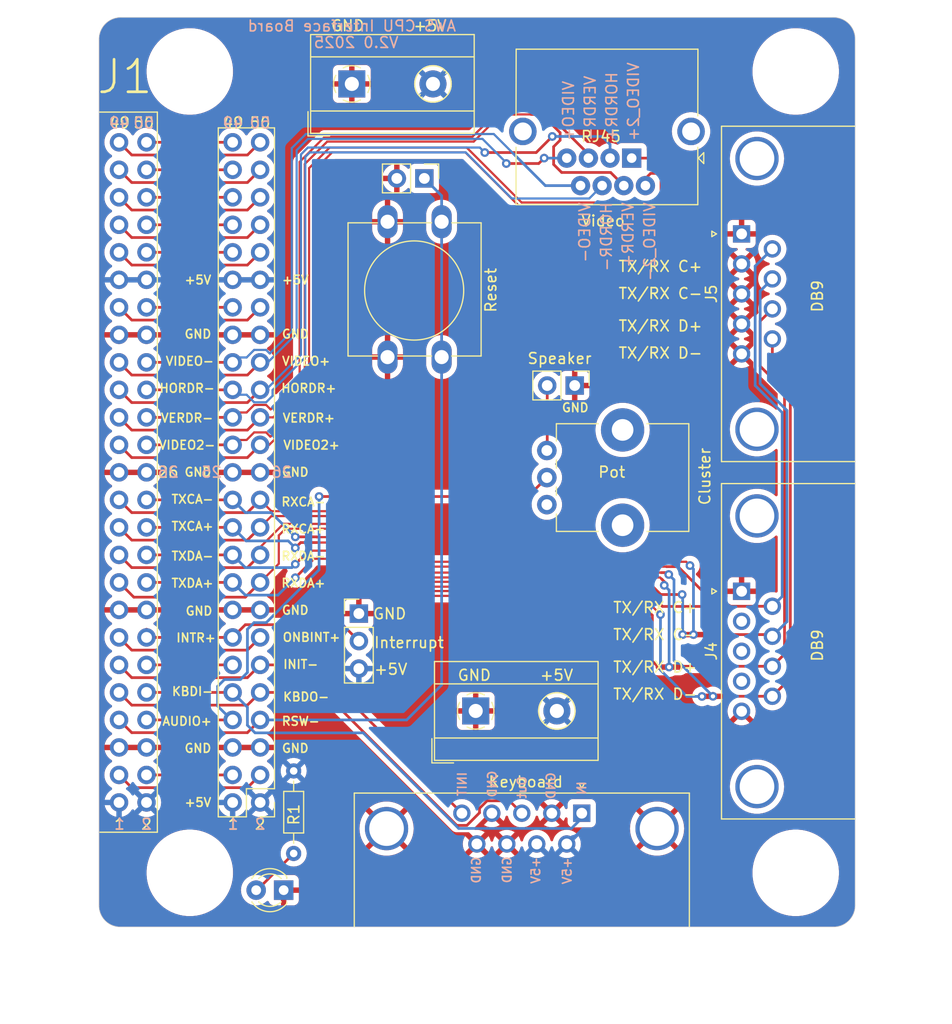
<source format=kicad_pcb>
(kicad_pcb (version 20240108) (generator "pcbnew") (generator_version "8.0")
  (layers (0 "F.Cu" signal) (31 "B.Cu" signal) (34 "B.Paste" user) (35 "F.Paste" user) (36 "B.SilkS" user "B.Silkscreen") (37 "F.SilkS" user "F.Silkscreen") (38 "B.Mask" user) (39 "F.Mask" user) (44 "Edge.Cuts" user))
  (net 0 "")
  (net 1 "Net-(D1-A)")
  (net 2 "INTR+")
  (net 3 "Net-(J2-Pin_2)")
  (net 4 "+5V")
  (net 5 "AUDIO+")
  (net 6 "KBDI-")
  (net 7 "KBDO-")
  (net 8 "INIT-")
  (net 9 "ONBINT+")
  (net 10 "RXDA+")
  (net 11 "RXDA-")
  (net 12 "RXCA+")
  (net 13 "RXCA-")
  (net 14 "VIDEO_2-")
  (net 15 "VIDEO_2+")
  (net 16 "VERDR-")
  (net 17 "VERDR+")
  (net 18 "HORDR-")
  (net 19 "HORDR+")
  (net 20 "VIDEO-")
  (net 21 "VIDEO+")
  (net 22 "GND")
  (net 23 "TXDA-")
  (net 24 "Net-(J4-Pad9)")
  (net 25 "TXDA+")
  (net 26 "TXCA+")
  (net 27 "TXCA-")
  (net 28 "Net-(J4-Pad8)")
  (net 29 "Net-(J4-Pad7)")
  (net 30 "Net-(J4-Pad6)")
  (net 31 "/U4")
  (net 32 "/U3")
  (net 33 "/U38")
  (net 34 "/U37")
  (net 35 "/U42")
  (net 36 "/U41")
  (net 37 "/U44")
  (net 38 "/U43")
  (net 39 "/U46")
  (net 40 "/U45")
  (net 41 "/U48")
  (net 42 "/U47")
  (net 43 "/U50")
  (net 44 "/U49")
  (net 45 "/U12")
  (net 47 "RSW-")
  (footprint "TerminalBlock_MetzConnect:TerminalBlock_MetzConnect_Type171_RT13702HBWC_1x02_P7.50mm_Horizontal" (layer "F.Cu") (at 129.975 60.15)
    (property "Reference" "J3" (hide yes))
    (property "Value" "Power")
  )
  (footprint "MountingHole:MountingHole_4mm" (layer "F.Cu") (at 171 59)
    (property "Reference" "H4" (hide yes))
    (property "Value" "MountingHole")
  )
  (footprint "Connector_PinHeader_2.54mm:PinHeader_2x25_P2.54mm_Vertical" (layer "F.Cu") (at 121.5 126.5 180)
    (property "Reference" "J10" (hide yes))
    (property "Value" "Conn_2Rows-50Pins")
  )
  (footprint "Potentiometer_THT:Potentiometer_Bourns_PTV09A-1_Single_Vertical" (layer "F.Cu") (at 148 99)
    (property "Reference" "RV1" (hide yes))
    (property "Value" "Volume")
  )
  (footprint "MountingHole:MountingHole_4mm" (layer "F.Cu") (at 115 59)
    (property "Reference" "H3" (hide yes))
    (property "Value" "MountingHole")
  )
  (footprint "TerminalBlock_MetzConnect:TerminalBlock_MetzConnect_Type171_RT13702HBWC_1x02_P7.50mm_Horizontal" (layer "F.Cu") (at 141.425 118.05)
    (property "Reference" "J6" (hide yes))
    (property "Value" "Power")
  )
  (footprint "Connector_PinHeader_2.54mm:PinHeader_1x02_P2.54mm_Vertical" (layer "F.Cu") (at 150.575 88 -90)
    (property "Reference" "J2" (hide yes))
    (property "Value" "Speaker")
  )
  (footprint "LED_THT:LED_D3.0mm" (layer "F.Cu") (at 123.675 134.6 180)
    (property "Reference" "D1" (hide yes))
    (property "Value" "LED")
  )
  (footprint "aliexpress:RJ45_aliexpress" (layer "F.Cu") (at 158 67 180)
    (property "Reference" "J7" (hide yes))
    (property "Value" "Video")
  )
  (footprint "MountingHole:MountingHole_4mm" (layer "F.Cu") (at 171 133)
    (property "Reference" "H2" (hide yes))
    (property "Value" "MountingHole")
  )
  (footprint "NetTie:NetTie-3_SMD_Pad0.5mm" (layer "F.Cu") (at 163.8 108.4)
    (property "Reference" "NT4" (hide yes))
    (property "Value" "Net-Tie_3")
  )
  (footprint "NetTie:NetTie-3_SMD_Pad0.5mm" (layer "F.Cu") (at 161.55 111)
    (property "Reference" "NT3" (hide yes))
    (property "Value" "Net-Tie_3")
  )
  (footprint "NetTie:NetTie-3_SMD_Pad0.5mm" (layer "F.Cu") (at 163.35 116.7)
    (property "Reference" "NT1" (hide yes))
    (property "Value" "Net-Tie_3")
  )
  (footprint "NetTie:NetTie-3_SMD_Pad0.5mm" (layer "F.Cu") (at 159.3 114)
    (property "Reference" "NT2" (hide yes))
    (property "Value" "Net-Tie_3")
  )
  (footprint "MountingHole:MountingHole_4mm" (layer "F.Cu") (at 115 133)
    (property "Reference" "H1" (hide yes))
    (property "Value" "MountingHole")
  )
  (footprint "Connector_PinHeader_2.54mm:PinHeader_1x02_P2.54mm_Vertical" (layer "F.Cu") (at 136.675 68.875 -90)
    (property "Reference" "J9" (hide yes))
    (property "Value" "Reset_ex")
  )
  (footprint "Resistor_THT:R_Axial_DIN0204_L3.6mm_D1.6mm_P7.62mm_Horizontal" (layer "F.Cu") (at 124.6 123.59 -90)
    (property "Reference" "R1")
    (property "Value" "10k")
  )
  (footprint "Connector_PinHeader_2.54mm_Custom:PinHeader_2x25_P2.54mm_Horizontal" (layer "F.Cu") (at 111 126.5 180)
    (property "Reference" "J1" (hide yes))
    (property "Value" "Conn_2Rows-50Pins")
  )
  (footprint "Button_Switch_THT:SW_PUSH-12mm" (layer "F.Cu") (at 138.275 72.875 -90)
    (property "Reference" "SW1" (hide yes))
    (property "Value" "Reset Switch")
  )
  (footprint "Connector_Dsub:DSUB-9_Female_Horizontal_P2.77x2.84mm_EdgePinOffset7.70mm_Housed_MountingHolesOffset9.12mm" (layer "F.Cu") (at 151.225 127.494669)
    (property "Reference" "J8" (hide yes))
    (property "Value" "DE9_Plug_MountingHoles")
  )
  (footprint "Connector_Dsub:DSUB-9_Female_Horizontal_P2.77x2.84mm_EdgePinOffset7.70mm_Housed_MountingHolesOffset9.12mm" (layer "F.Cu") (at 166 107 90)
    (property "Reference" "J4")
    (property "Value" "Cluster")
  )
  (footprint "Connector_Dsub:DSUB-9_Female_Horizontal_P2.77x2.84mm_EdgePinOffset7.70mm_Housed_MountingHolesOffset9.12mm" (layer "F.Cu") (at 166 74 90)
    (property "Reference" "J5")
    (property "Value" "Cluster")
  )
  (footprint "Connector_PinHeader_2.54mm:PinHeader_1x03_P2.54mm_Vertical" (layer "F.Cu") (at 130.625 109.06)
    (property "Reference" "JP1" (hide yes))
    (property "Value" "Jumper_3_Bridged12")
  )
  (gr_line (start 112 62.75) (end 106.675 62.75) (stroke (width 0.12)) (layer "F.SilkS"))
  (gr_line (start 112 63.75) (end 112 62.75) (stroke (width 0.12)) (layer "F.SilkS"))
  (gr_line (start 112 63.75) (end 112 129.25) (stroke (width 0.12)) (layer "F.SilkS"))
  (gr_line (start 112 129.25) (end 106.7 129.25) (stroke (width 0.12)) (layer "F.SilkS"))
  (gr_arc (start 174.5 54) (mid 175.914214 54.585786) (end 176.5 56) (stroke (width 0.05)) (layer "Edge.Cuts"))
  (gr_line (start 174.5 54) (end 108.6 54) (stroke (width 0.05)) (layer "Edge.Cuts"))
  (gr_line (start 106.6 56.025) (end 106.6 136.025) (stroke (width 0.05)) (layer "Edge.Cuts"))
  (gr_arc (start 108.6 138) (mid 107.187321 137.430403) (end 106.6 136.025) (stroke (width 0.05)) (layer "Edge.Cuts"))
  (gr_line (start 176.5 136) (end 176.5 56) (stroke (width 0.05)) (layer "Edge.Cuts"))
  (gr_line (start 108.6 138) (end 174.5 138) (stroke (width 0.05)) (layer "Edge.Cuts"))
  (gr_arc (start 106.6 56.025) (mid 107.184288 54.60192) (end 108.6 54) (stroke (width 0.05)) (layer "Edge.Cuts"))
  (gr_arc (start 176.5 136) (mid 175.914214 137.414214) (end 174.5 138) (stroke (width 0.05)) (layer "Edge.Cuts"))
  (gr_text "VERDR-" (at 152 65.5 90) (layer "B.SilkS") (effects (font (size 1 1)) (justify right mirror)))
  (gr_text "HORDR+" (at 154 65.5 90) (layer "B.SilkS") (effects (font (size 1 1)) (justify right mirror)))
  (gr_text "VIDEO_2+" (at 156 65.5 90) (layer "B.SilkS") (effects (font (size 1 1)) (justify right mirror)))
  (gr_text "VIDEO+" (at 150 65.5 90) (layer "B.SilkS") (effects (font (size 1 1)) (justify right mirror)))
  (gr_text "1" (at 119 128.5 0) (layer "B.SilkS") (effects (font (size 1 1)) (justify mirror)))
  (gr_text "2" (at 121.5 128.5 0) (layer "B.SilkS") (effects (font (size 1 1)) (justify mirror)))
  (gr_text "49" (at 119 63.75 0) (layer "B.SilkS") (effects (font (size 1 1)) (justify mirror)))
  (gr_text "50" (at 121.5 63.75 0) (layer "B.SilkS") (effects (font (size 1 1)) (justify mirror)))
  (gr_text "25" (at 117 96 0) (layer "B.SilkS") (effects (font (size 1 1)) (justify mirror)))
  (gr_text "26" (at 123.5 96 0) (layer "B.SilkS") (effects (font (size 1 1)) (justify mirror)))
  (gr_text "INIT" (at 140.175 124.8 90) (layer "B.SilkS") (effects (font (size 0.8 0.8)) (justify mirror)))
  (gr_text "GND" (at 142.95 124.8 90) (layer "B.SilkS") (effects (font (size 0.8 0.8)) (justify mirror)))
  (gr_text "VERDR+" (at 155.5 71 90) (layer "B.SilkS") (effects (font (size 1 1)) (justify left mirror)))
  (gr_text "+5V" (at 146.975 132.775 90) (layer "B.SilkS") (effects (font (size 0.8 0.8)) (justify mirror)))
  (gr_text "VIDEO_2-" (at 157.5 71 90) (layer "B.SilkS") (effects (font (size 1 1)) (justify left mirror)))
  (gr_text "+5V" (at 149.875 132.825 90) (layer "B.SilkS") (effects (font (size 0.8 0.8)) (justify mirror)))
  (gr_text "GND" (at 144.325 132.725 90) (layer "B.SilkS") (effects (font (size 0.8 0.8)) (justify mirror)))
  (gr_text "Out" (at 145.7 125.1 90) (layer "B.SilkS") (effects (font (size 0.8 0.8)) (justify mirror)))
  (gr_text "1" (at 108.5 128.5 0) (layer "B.SilkS") (effects (font (size 1 1)) (justify mirror)))
  (gr_text "HORDR-" (at 153.5 71 90) (layer "B.SilkS") (effects (font (size 1 1)) (justify left mirror)))
  (gr_text "50" (at 110.75 63.75 0) (layer "B.SilkS") (effects (font (size 1 1)) (justify mirror)))
  (gr_text "GND" (at 148.375 124.95 90) (layer "B.SilkS") (effects (font (size 0.8 0.8)) (justify mirror)))
  (gr_text "IN" (at 151.225 125.173344 90) (layer "B.SilkS") (effects (font (size 0.8 0.8)) (justify mirror)))
  (gr_text "V2.0 2025" (at 130.375 56.325 0) (layer "B.SilkS") (effects (font (size 1 1)) (justify mirror)))
  (gr_text "GND" (at 141.475 132.75 90) (layer "B.SilkS") (effects (font (size 0.8 0.8)) (justify mirror)))
  (gr_text "49" (at 108.5 63.75 0) (layer "B.SilkS") (effects (font (size 1 1)) (justify mirror)))
  (gr_text "AWS CPU Interface Board" (at 129.975 54.8 0) (layer "B.SilkS") (effects (font (size 1 1)) (justify mirror)))
  (gr_text "2" (at 111 128.5 0) (layer "B.SilkS") (effects (font (size 1 1)) (justify mirror)))
  (gr_text "VIDEO-" (at 151.5 71 90) (layer "B.SilkS") (effects (font (size 1 1)) (justify left mirror)))
  (gr_text "26" (at 113 96 0) (layer "B.SilkS") (effects (font (size 1 1)) (justify mirror)))
  (gr_text "VIDEO2-" (at 114.75 93.5 0) (layer "F.SilkS") (effects (font (size 0.8 0.8))))
  (gr_text "+5V" (at 115.75 126.5 0) (layer "F.SilkS") (effects (font (size 0.8 0.8))))
  (gr_text "GND" (at 124.75 121.5 0) (layer "F.SilkS") (effects (font (size 0.8 0.8))))
  (gr_text "GND" (at 124.75 108.75 0) (layer "F.SilkS") (effects (font (size 0.8 0.8))))
  (gr_text "GND" (at 124.75 96 0) (layer "F.SilkS") (effects (font (size 0.8 0.8))))
  (gr_text "GND" (at 124.75 83.25 0) (layer "F.SilkS") (effects (font (size 0.8 0.8))))
  (gr_text "+5V" (at 124.75 78.25 0) (layer "F.SilkS") (effects (font (size 0.8 0.8))))
  (gr_text "VERDR+" (at 126 91 0) (layer "F.SilkS") (effects (font (size 0.8 0.8))))
  (gr_text "HORDR+" (at 126 88.25 0) (layer "F.SilkS") (effects (font (size 0.8 0.8))))
  (gr_text "VIDEO+" (at 125.75 85.75 0) (layer "F.SilkS") (effects (font (size 0.8 0.8))))
  (gr_text "GND" (at 141.3 114.75 0) (layer "F.SilkS") (effects (font (size 1 1))))
  (gr_text "+5V" (at 148.9 114.75 0) (layer "F.SilkS") (effects (font (size 1 1))))
  (gr_text "TX/RX C+" (at 158 108.5 0) (layer "F.SilkS") (effects (font (size 1 1))))
  (gr_text "TX/RX C-" (at 158.5 79.5 0) (layer "F.SilkS") (effects (font (size 1 1))))
  (gr_text "TX/RX D+" (at 158.5 82.5 0) (layer "F.SilkS") (effects (font (size 1 1))))
  (gr_text "TX/RX C+" (at 158.5 77 0) (layer "F.SilkS") (effects (font (size 1 1))))
  (gr_text "TX/RX D-" (at 158.5 85 0) (layer "F.SilkS") (effects (font (size 1 1))))
  (gr_text "GND" (at 150.625 90.05 0) (layer "F.SilkS") (effects (font (size 0.8 0.8))))
  (gr_text "DB9" (at 173 79.75 90) (layer "F.SilkS") (effects (font (size 1 1))))
  (gr_text "1" (at 119 128.5 0) (layer "F.SilkS") (effects (font (size 1 1))))
  (gr_text "2" (at 121.5 128.5 0) (layer "F.SilkS") (effects (font (size 1 1))))
  (gr_text "49" (at 119 63.75 0) (layer "F.SilkS") (effects (font (size 1 1))))
  (gr_text "50" (at 121.5 63.75 0) (layer "F.SilkS") (effects (font (size 1 1))))
  (gr_text "TXCA+" (at 115.25 101 0) (layer "F.SilkS") (effects (font (size 0.8 0.8))))
  (gr_text "RSW-" (at 125.25 119 0) (layer "F.SilkS") (effects (font (size 0.8 0.8))))
  (gr_text "GND" (at 115.75 83.25 0) (layer "F.SilkS") (effects (font (size 0.8 0.8))))
  (gr_text "49" (at 108.5 63.75 0) (layer "F.SilkS") (effects (font (size 1 1))))
  (gr_text "VERDR-" (at 114.75 91 0) (layer "F.SilkS") (effects (font (size 0.8 0.8))))
  (gr_text "GND" (at 133.475 109.075 0) (layer "F.SilkS") (effects (font (size 1 1))))
  (gr_text "Video" (at 153.2 72.8 0) (layer "F.SilkS") (effects (font (size 1 1))))
  (gr_text "TX/RX D+" (at 158 114 0) (layer "F.SilkS") (effects (font (size 1 1))))
  (gr_text "RXDA-" (at 125.5 103.75 0) (layer "F.SilkS") (effects (font (size 0.8 0.8))))
  (gr_text "Speaker" (at 149.175 85.5 0) (layer "F.SilkS") (effects (font (size 1 1))))
  (gr_text "RXDA+" (at 125.5 106.25 0) (layer "F.SilkS") (effects (font (size 0.8 0.8))))
  (gr_text "INIT-" (at 125.25 113.75 0) (layer "F.SilkS") (effects (font (size 0.8 0.8))))
  (gr_text "VIDEO-" (at 115 85.75 0) (layer "F.SilkS") (effects (font (size 0.8 0.8))))
  (gr_text "INTR+" (at 115.575 111.3 0) (layer "F.SilkS") (effects (font (size 0.8 0.8))))
  (gr_text "RXCA+" (at 125.5 101.25 0) (layer "F.SilkS") (effects (font (size 0.8 0.8))))
  (gr_text "KBDI-" (at 115.25 116.25 0) (layer "F.SilkS") (effects (font (size 0.8 0.8))))
  (gr_text "TX/RX C-" (at 158 111 0) (layer "F.SilkS") (effects (font (size 1 1))))
  (gr_text "1" (at 108.5 128.5 0) (layer "F.SilkS") (effects (font (size 1 1))))
  (gr_text "VIDEO2+" (at 126.25 93.5 0) (layer "F.SilkS") (effects (font (size 0.8 0.8))))
  (gr_text "Cluster" (at 162.6 96.4 90) (layer "F.SilkS") (effects (font (size 1 1))))
  (gr_text "+5V" (at 137.2 54.775 0) (layer "F.SilkS") (effects (font (size 1 1))))
  (gr_text "50" (at 110.75 63.75 0) (layer "F.SilkS") (effects (font (size 1 1))))
  (gr_text "HORDR-" (at 114.75 88.25 0) (layer "F.SilkS") (effects (font (size 0.8 0.8))))
  (gr_text "RXCA-" (at 125.5 98.75 0) (layer "F.SilkS") (effects (font (size 0.8 0.8))))
  (gr_text "RJ45" (at 153 65 0) (layer "F.SilkS") (effects (font (size 1 1))))
  (gr_text "GND" (at 115.85 108.825 0) (layer "F.SilkS") (effects (font (size 0.8 0.8))))
  (gr_text "Reset" (at 142.825 79.2 90) (layer "F.SilkS") (effects (font (size 1 1))))
  (gr_text "TX/RX D-" (at 158 116.5 0) (layer "F.SilkS") (effects (font (size 1 1))))
  (gr_text "26" (at 113 96 0) (layer "F.SilkS") (effects (font (size 1 1))))
  (gr_text "GND" (at 115.75 96 0) (layer "F.SilkS") (effects (font (size 0.8 0.8))))
  (gr_text "TXDA-" (at 115.25 103.75 0) (layer "F.SilkS") (effects (font (size 0.8 0.8))))
  (gr_text "Interrupt" (at 131.95 112.325 0) (layer "F.SilkS") (effects (font (size 1 1)) (justify left bottom)))
  (gr_text "DB9" (at 173 112 90) (layer "F.SilkS") (effects (font (size 1 1))))
  (gr_text "GND" (at 129.6 54.775 0) (layer "F.SilkS") (effects (font (size 1 1))))
  (gr_text "AUDIO+" (at 114.75 119 0) (layer "F.SilkS") (effects (font (size 0.8 0.8))))
  (gr_text "GND" (at 115.75 121.5 0) (layer "F.SilkS") (effects (font (size 0.8 0.8))))
  (gr_text "Pot" (at 154 96 0) (layer "F.SilkS") (effects (font (size 1 1))))
  (gr_text "2" (at 111 128.5 0) (layer "F.SilkS") (effects (font (size 1 1))))
  (gr_text "TXCA-" (at 115.25 98.5 0) (layer "F.SilkS") (effects (font (size 0.8 0.8))))
  (gr_text "KBDO-" (at 125.75 116.75 0) (layer "F.SilkS") (effects (font (size 0.8 0.8))))
  (gr_text "+5V" (at 115.75 78.25 0) (layer "F.SilkS") (effects (font (size 0.8 0.8))))
  (gr_text "+5V" (at 133.575 114.2 0) (layer "F.SilkS") (effects (font (size 1 1))))
  (gr_text "TXDA+" (at 115.25 106.25 0) (layer "F.SilkS") (effects (font (size 0.8 0.8))))
  (gr_text "Keyboard" (at 146.05 124.6 0) (layer "F.SilkS") (effects (font (size 1 1))))
  (gr_text "J1" (at 109 59.5 0) (layer "F.SilkS") (effects (font (size 3 3) (thickness 0.25))))
  (gr_text "ONBINT+" (at 126.25 111.25 0) (layer "F.SilkS") (effects (font (size 0.8 0.8))))
  (segment (start 124.6 131.21) (end 121.21 134.6) (width 0.25) (layer "F.Cu") (net 1))
  (segment (start 121.21 134.6) (end 121.135 134.6) (width 0.25) (layer "F.Cu") (net 1))
  (segment (start 111 111.26) (end 111 110.75) (width 0.25) (layer "F.Cu") (net 2))
  (segment (start 129.11 110.085) (end 120.135 110.085) (width 0.25) (layer "F.Cu") (net 2))
  (segment (start 130.625 111.6) (end 129.11 110.085) (width 0.25) (layer "F.Cu") (net 2))
  (segment (start 120.135 110.085) (end 118.96 111.26) (width 0.25) (layer "F.Cu") (net 2))
  (segment (start 111 111.26) (end 111 110.5) (width 0.25) (layer "F.Cu") (net 2))
  (segment (start 111 111.26) (end 118.96 111.26) (width 0.25) (layer "F.Cu") (net 2))
  (segment (start 148.035 93.965) (end 148 94) (width 0.25) (layer "F.Cu") (net 3))
  (segment (start 148.035 88) (end 148.035 93.965) (width 0.25) (layer "F.Cu") (net 3))
  (segment (start 126.95 98.25) (end 146.25 98.25) (width 0.25) (layer "F.Cu") (net 5))
  (segment (start 146.25 98.25) (end 148 96.5) (width 0.25) (layer "F.Cu") (net 5))
  (segment (start 111 118.88) (end 118.96 118.88) (width 0.25) (layer "F.Cu") (net 5))
  (via (at 126.95 98.25) (size 0.8) (drill 0.4) (layers "F.Cu" "B.Cu") (net 5))
  (segment (start 118.855 118.88) (end 118.96 118.88) (width 0.25) (layer "B.Cu") (net 5))
  (segment (start 119.675 115.15) (end 118.2 115.15) (width 0.25) (layer "B.Cu") (net 5))
  (segment (start 117.575 115.775) (end 117.575 117.6) (width 0.25) (layer "B.Cu") (net 5))
  (segment (start 126.95 98.25) (end 126.95 105.009002) (width 0.25) (layer "B.Cu") (net 5))
  (segment (start 126.95 105.009002) (end 122.064001 109.895001) (width 0.25) (layer "B.Cu") (net 5))
  (segment (start 122.064001 109.895001) (end 120.935999 109.895001) (width 0.25) (layer "B.Cu") (net 5))
  (segment (start 118.2 115.15) (end 117.575 115.775) (width 0.25) (layer "B.Cu") (net 5))
  (segment (start 120.324999 114.500001) (end 119.675 115.15) (width 0.25) (layer "B.Cu") (net 5))
  (segment (start 117.575 117.6) (end 118.855 118.88) (width 0.25) (layer "B.Cu") (net 5))
  (segment (start 120.935999 109.895001) (end 120.324999 110.506001) (width 0.25) (layer "B.Cu") (net 5))
  (segment (start 120.324999 110.506001) (end 120.324999 114.500001) (width 0.25) (layer "B.Cu") (net 5))
  (segment (start 111 116.34) (end 118.96 116.34) (width 0.25) (layer "F.Cu") (net 6))
  (segment (start 121.033299 120.075) (end 131.025 120.075) (width 0.25) (layer "B.Cu") (net 6))
  (segment (start 118.96 116.34) (end 120.325 117.705) (width 0.25) (layer "B.Cu") (net 6))
  (segment (start 150.275 128.9) (end 151.225 127.95) (width 0.25) (layer "B.Cu") (net 6))
  (segment (start 120.325 117.705) (end 120.325 119.366701) (width 0.25) (layer "B.Cu") (net 6))
  (segment (start 120.325 119.366701) (end 121.033299 120.075) (width 0.25) (layer "B.Cu") (net 6))
  (segment (start 151.225 127.95) (end 151.225 127.494669) (width 0.25) (layer "B.Cu") (net 6))
  (segment (start 139.85 128.9) (end 150.275 128.9) (width 0.25) (layer "B.Cu") (net 6))
  (segment (start 131.025 120.075) (end 139.85 128.9) (width 0.25) (layer "B.Cu") (net 6))
  (segment (start 120.324999 117.515001) (end 120.650001 117.189999) (width 0.25) (layer "F.Cu") (net 7))
  (segment (start 142.468678 126.35) (end 144.540331 126.35) (width 0.25) (layer "F.Cu") (net 7))
  (segment (start 120.650001 117.189999) (end 121.5 116.34) (width 0.25) (layer "F.Cu") (net 7))
  (segment (start 109.635001 117.515001) (end 120.324999 117.515001) (width 0.25) (layer "F.Cu") (net 7))
  (segment (start 127.39934 116.34) (end 139.679009 128.619669) (width 0.25) (layer "F.Cu") (net 7))
  (segment (start 108.46 116.34) (end 109.635001 117.515001) (width 0.25) (layer "F.Cu") (net 7))
  (segment (start 144.540331 126.35) (end 145.685 127.494669) (width 0.25) (layer "F.Cu") (net 7))
  (segment (start 141.775 127.043678) (end 142.468678 126.35) (width 0.25) (layer "F.Cu") (net 7))
  (segment (start 140.610991 128.619669) (end 141.775 127.45566) (width 0.25) (layer "F.Cu") (net 7))
  (segment (start 139.679009 128.619669) (end 140.610991 128.619669) (width 0.25) (layer "F.Cu") (net 7))
  (segment (start 141.775 127.45566) (end 141.775 127.043678) (width 0.25) (layer "F.Cu") (net 7))
  (segment (start 121.5 116.34) (end 127.39934 116.34) (width 0.25) (layer "F.Cu") (net 7))
  (segment (start 109.635001 114.975001) (end 120.324999 114.975001) (width 0.25) (layer "F.Cu") (net 8))
  (segment (start 121.5 113.8) (end 126.450331 113.8) (width 0.25) (layer "F.Cu") (net 8))
  (segment (start 120.324999 114.975001) (end 121.5 113.8) (width 0.25) (layer "F.Cu") (net 8))
  (segment (start 108.46 113.8) (end 109.635001 114.975001) (width 0.25) (layer "F.Cu") (net 8))
  (segment (start 126.450331 113.8) (end 140.145 127.494669) (width 0.25) (layer "F.Cu") (net 8))
  (segment (start 109.635001 112.435001) (end 120.324999 112.435001) (width 0.25) (layer "F.Cu") (net 9))
  (segment (start 120.324999 112.435001) (end 120.650001 112.109999) (width 0.25) (layer "F.Cu") (net 9))
  (segment (start 120.650001 112.109999) (end 121.5 111.26) (width 0.25) (layer "F.Cu") (net 9))
  (segment (start 108.46 111.26) (end 109.635001 112.435001) (width 0.25) (layer "F.Cu") (net 9))
  (segment (start 123.225 101.8432) (end 123.8432 101.225) (width 0.2) (layer "F.Cu") (net 10))
  (segment (start 158.466832 105.725) (end 158.591832 105.85) (width 0.2) (layer "F.Cu") (net 10))
  (segment (start 134.9068 105.725) (end 158.466832 105.725) (width 0.2) (layer "F.Cu") (net 10))
  (segment (start 120.650001 107.029999) (end 121.5 106.18) (width 0.25) (layer "F.Cu") (net 10))
  (segment (start 158.670916 105.929084) (end 158.591832 105.85) (width 0.25) (layer "F.Cu") (net 10))
  (segment (start 158.85 106.108168) (end 158.670916 105.929084) (width 0.25) (layer "F.Cu") (net 10))
  (segment (start 123.8432 101.225) (end 130.4068 101.225) (width 0.2) (layer "F.Cu") (net 10))
  (segment (start 123.225 104.455) (end 123.225 101.8432) (width 0.2) (layer "F.Cu") (net 10))
  (segment (start 108.46 106.18) (end 109.824999 107.544999) (width 0.25) (layer "F.Cu") (net 10))
  (segment (start 158.85 106.45) (end 158.85 106.108168) (width 0.25) (layer "F.Cu") (net 10))
  (segment (start 120.135001 107.544999) (end 120.650001 107.029999) (width 0.25) (layer "F.Cu") (net 10))
  (segment (start 121.5 106.18) (end 123.225 104.455) (width 0.2) (layer "F.Cu") (net 10))
  (segment (start 130.4068 101.225) (end 134.9068 105.725) (width 0.2) (layer "F.Cu") (net 10))
  (segment (start 109.824999 107.544999) (end 120.135001 107.544999) (width 0.25) (layer "F.Cu") (net 10))
  (via (at 158.85 106.45) (size 0.8) (drill 0.4) (layers "F.Cu" "B.Cu") (net 10))
  (via (at 159.3 114) (size 0.8) (drill 0.4) (layers "F.Cu" "B.Cu") (net 10))
  (segment (start 159.3 106.9) (end 159.3 114) (width 0.25) (layer "B.Cu") (net 10))
  (segment (start 158.85 106.45) (end 159.3 106.9) (width 0.25) (layer "B.Cu") (net 10))
  (segment (start 158.55 105.275) (end 159.089834 105.275) (width 0.25) (layer "F.Cu") (net 11))
  (segment (start 159.089834 105.275) (end 159.264834 105.45) (width 0.25) (layer "F.Cu") (net 11))
  (segment (start 156.5 105.275) (end 158.55 105.275) (width 0.2) (layer "F.Cu") (net 11))
  (segment (start 120.650001 104.489999) (end 121.5 103.64) (width 0.25) (layer "F.Cu") (net 11))
  (segment (start 109.635001 104.815001) (end 120.324999 104.815001) (width 0.25) (layer "F.Cu") (net 11))
  (segment (start 121.5 103.64) (end 121.5 102.9318) (width 0.2) (layer "F.Cu") (net 11))
  (segment (start 123.6568 100.775) (end 130.5932 100.775) (width 0.2) (layer "F.Cu") (net 11))
  (segment (start 135.0932 105.275) (end 156.5 105.275) (width 0.2) (layer "F.Cu") (net 11))
  (segment (start 108.46 103.64) (end 109.635001 104.815001) (width 0.25) (layer "F.Cu") (net 11))
  (segment (start 121.5 102.9318) (end 123.6568 100.775) (width 0.2) (layer "F.Cu") (net 11))
  (segment (start 130.5932 100.775) (end 135.0932 105.275) (width 0.2) (layer "F.Cu") (net 11))
  (segment (start 120.324999 104.815001) (end 120.650001 104.489999) (width 0.25) (layer "F.Cu") (net 11))
  (via (at 163.35 116.7) (size 0.8) (drill 0.4) (layers "F.Cu" "B.Cu") (net 11))
  (via (at 159.264834 105.45) (size 0.8) (drill 0.4) (layers "F.Cu" "B.Cu") (net 11))
  (segment (start 159.75001 113.377008) (end 160.025001 113.651999) (width 0.25) (layer "B.Cu") (net 11))
  (segment (start 160.301999 113.651999) (end 163.35 116.7) (width 0.25) (layer "B.Cu") (net 11))
  (segment (start 159.264834 105.45) (end 159.75001 105.935176) (width 0.25) (layer "B.Cu") (net 11))
  (segment (start 159.75001 105.935176) (end 159.75001 113.377008) (width 0.25) (layer "B.Cu") (net 11))
  (segment (start 160.025001 113.651999) (end 160.301999 113.651999) (width 0.25) (layer "B.Cu") (net 11))
  (segment (start 159.05 104.725) (end 160.125 104.725) (width 0.25) (layer "F.Cu") (net 12))
  (segment (start 160.125 104.725) (end 163.8 108.4) (width 0.25) (layer "F.Cu") (net 12))
  (segment (start 121.5 101.1) (end 122.545 100.055) (width 0.2) (layer "F.Cu") (net 12))
  (segment (start 108.46 101.1) (end 109.635001 102.275001) (width 0.25) (layer "F.Cu") (net 12))
  (segment (start 135.4068 104.725) (end 157 104.725) (width 0.2) (layer "F.Cu") (net 12))
  (segment (start 157 104.725) (end 159.05 104.725) (width 0.2) (layer "F.Cu") (net 12))
  (segment (start 109.635001 102.275001) (end 120.324999 102.275001) (width 0.25) (layer "F.Cu") (net 12))
  (segment (start 122.545 100.055) (end 130.7368 100.055) (width 0.2) (layer "F.Cu") (net 12))
  (segment (start 120.324999 102.275001) (end 120.650001 101.949999) (width 0.25) (layer "F.Cu") (net 12))
  (segment (start 130.7368 100.055) (end 135.4068 104.725) (width 0.2) (layer "F.Cu") (net 12))
  (segment (start 120.650001 101.949999) (end 121.5 101.1) (width 0.25) (layer "F.Cu") (net 12))
  (segment (start 161.225 104.625) (end 160.875 104.275) (width 0.2) (layer "F.Cu") (net 13))
  (segment (start 108.46 98.56) (end 109.635001 99.735001) (width 0.25) (layer "F.Cu") (net 13))
  (segment (start 109.635001 99.735001) (end 120.324999 99.735001) (width 0.25) (layer "F.Cu") (net 13))
  (segment (start 130.9232 99.605) (end 122.545 99.605) (width 0.2) (layer "F.Cu") (net 13))
  (segment (start 122.545 99.605) (end 121.5 98.56) (width 0.2) (layer "F.Cu") (net 13))
  (segment (start 120.650001 99.409999) (end 121.5 98.56) (width 0.25) (layer "F.Cu") (net 13))
  (segment (start 160.875 104.275) (end 135.5932 104.275) (width 0.2) (layer "F.Cu") (net 13))
  (segment (start 135.5932 104.275) (end 130.9232 99.605) (width 0.2) (layer "F.Cu") (net 13))
  (segment (start 120.324999 99.735001) (end 120.650001 99.409999) (width 0.25) (layer "F.Cu") (net 13))
  (via (at 161.225 104.625) (size 0.8) (drill 0.4) (layers "F.Cu" "B.Cu") (net 13))
  (via (at 161.55 111) (size 0.8) (drill 0.4) (layers "F.Cu" "B.Cu") (net 13))
  (segment (start 161.225 104.625) (end 161.55 104.95) (width 0.25) (layer "B.Cu") (net 13))
  (segment (start 161.55 104.95) (end 161.55 111) (width 0.25) (layer "B.Cu") (net 13))
  (segment (start 157.5909 68.4091) (end 158.0909 68.4091) (width 0.25) (layer "F.Cu") (net 14))
  (segment (start 157.11 69.54) (end 157.11 68.89) (width 0.25) (layer "F.Cu") (net 14))
  (segment (start 126.025 89.1568) (end 126.025 67.925) (width 0.2) (layer "F.Cu") (net 14))
  (segment (start 158.525 70.6568) (end 158.525 68.8432) (width 0.2) (layer "F.Cu") (net 14))
  (segment (start 119.41 93.03) (end 120.247998 93.03) (width 0.2) (layer "F.Cu") (net 14))
  (segment (start 157.11 68.89) (end 157.5909 68.4091) (width 0.25) (layer "F.Cu") (net 14))
  (segment (start 111 93.48) (end 118.96 93.48) (width 0.25) (layer "F.Cu") (net 14))
  (segment (start 127.925 66.025) (end 140.5907 66.025) (width 0.2) (layer "F.Cu") (net 14))
  (segment (start 122.052001 92.329999) (end 122.451901 92.729899) (width 0.2) (layer "F.Cu") (net 14))
  (segment (start 145.665689 71.099989) (end 158.081811 71.099989) (width 0.2) (layer "F.Cu") (net 14))
  (segment (start 158.525 68.8432) (end 158.0909 68.4091) (width 0.2) (layer "F.Cu") (net 14))
  (segment (start 122.451901 92.729899) (end 126.025 89.1568) (width 0.2) (layer "F.Cu") (net 14))
  (segment (start 120.247998 93.03) (end 120.947999 92.329999) (width 0.2) (layer "F.Cu") (net 14))
  (segment (start 158.081811 71.099989) (end 158.525 70.6568) (width 0.2) (layer "F.Cu") (net 14))
  (segment (start 118.96 93.48) (end 119.41 93.03) (width 0.2) (layer "F.Cu") (net 14))
  (segment (start 120.947999 92.329999) (end 122.052001 92.329999) (width 0.2) (layer "F.Cu") (net 14))
  (segment (start 126.025 67.925) (end 127.925 66.025) (width 0.2) (layer "F.Cu") (net 14))
  (segment (start 140.5907 66.025) (end 145.665689 71.099989) (width 0.2) (layer "F.Cu") (net 14))
  (segment (start 157.3182 67) (end 158.4091 68.0909) (width 0.25) (layer "F.Cu") (net 15))
  (segment (start 158.975 68.6568) (end 158.4091 68.0909) (width 0.2) (layer "F.Cu") (net 15))
  (segment (start 158.975 70.8432) (end 158.975 68.6568) (width 0.2) (layer "F.Cu") (net 15))
  (segment (start 140.475 66.475) (end 145.5 71.5) (width 0.2) (layer "F.Cu") (net 15))
  (segment (start 109.635001 94.655001) (end 120.324999 94.655001) (width 0.25) (layer "F.Cu") (net 15))
  (segment (start 145.5 71.5) (end 158.3182 71.5) (width 0.2) (layer "F.Cu") (net 15))
  (segment (start 121.5 93.48) (end 122.3382 93.48) (width 0.2) (layer "F.Cu") (net 15))
  (segment (start 120.324999 94.655001) (end 120.650001 94.329999) (width 0.25) (layer "F.Cu") (net 15))
  (segment (start 158.3182 71.5) (end 158.975 70.8432) (width 0.2) (layer "F.Cu") (net 15))
  (segment (start 155.84 67) (end 157.3182 67) (width 0.25) (layer "F.Cu") (net 15))
  (segment (start 108.46 93.48) (end 109.635001 94.655001) (width 0.25) (layer "F.Cu") (net 15))
  (segment (start 120.650001 94.329999) (end 121.5 93.48) (width 0.25) (layer "F.Cu") (net 15))
  (segment (start 122.3382 93.48) (end 126.425 89.3932) (width 0.2) (layer "F.Cu") (net 15))
  (segment (start 128.15 66.475) (end 140.475 66.475) (width 0.2) (layer "F.Cu") (net 15))
  (segment (start 126.425 89.3932) (end 126.425 68.2) (width 0.2) (layer "F.Cu") (net 15))
  (segment (start 126.425 68.2) (end 128.15 66.475) (width 0.2) (layer "F.Cu") (net 15))
  (segment (start 122.471901 90.209899) (end 125.15 87.5318) (width 0.2) (layer "F.Cu") (net 16))
  (segment (start 122.052001 89.789999) (end 122.471901 90.209899) (width 0.2) (layer "F.Cu") (net 16))
  (segment (start 147.725601 62.516189) (end 146.720993 62.516189) (width 0.25) (layer "F.Cu") (net 16))
  (segment (start 151.84 66.630588) (end 147.725601 62.516189) (width 0.25) (layer "F.Cu") (net 16))
  (segment (start 144.832215 62.525) (end 144.841007 62.516208) (width 0.2) (layer "F.Cu") (net 16))
  (segment (start 111 90.94) (end 118.96 90.94) (width 0.25) (layer "F.Cu") (net 16))
  (segment (start 120.947999 89.789999) (end 122.052001 89.789999) (width 0.2) (layer "F.Cu") (net 16))
  (segment (start 151.84 67) (end 151.84 66.630588) (width 0.25) (layer "F.Cu") (net 16))
  (segment (start 125.15 87.5318) (end 125.15 67.35) (width 0.2) (layer "F.Cu") (net 16))
  (segment (start 119.41 90.49) (end 120.247998 90.49) (width 0.2) (layer "F.Cu") (net 16))
  (segment (start 141.123296 65.025) (end 143.623296 62.525) (width 0.2) (layer "F.Cu") (net 16))
  (segment (start 127.475 65.025) (end 141.123296 65.025) (width 0.2) (layer "F.Cu") (net 16))
  (segment (start 118.96 90.94) (end 119.41 90.49) (width 0.2) (layer "F.Cu") (net 16))
  (segment (start 143.623296 62.525) (end 144.832215 62.525) (width 0.2) (layer "F.Cu") (net 16))
  (segment (start 125.15 67.35) (end 127.475 65.025) (width 0.2) (layer "F.Cu") (net 16))
  (segment (start 120.247998 90.49) (end 120.947999 89.789999) (width 0.2) (layer "F.Cu") (net 16))
  (segment (start 144.841007 62.516208) (end 146.720993 62.516208) (width 0.2) (layer "F.Cu") (net 16))
  (segment (start 127.7 65.475) (end 141.238996 65.475) (width 0.2) (layer "F.Cu") (net 17))
  (segment (start 108.46 90.94) (end 109.635001 92.115001) (width 0.25) (layer "F.Cu") (net 17))
  (segment (start 120.650001 91.789999) (end 121.5 90.94) (width 0.25) (layer "F.Cu") (net 17))
  (segment (start 148.625999 65.947003) (end 148.625999 67.582721) (width 0.25) (layer "F.Cu") (net 17))
  (segment (start 120.324999 92.115001) (end 120.650001 91.789999) (width 0.25) (layer "F.Cu") (net 17))
  (segment (start 149.369277 68.325999) (end 153.895999 68.325999) (width 0.25) (layer "F.Cu") (net 17))
  (segment (start 122.702081 90.94) (end 125.625 88.017081) (width 0.2) (layer "F.Cu") (net 17))
  (segment (start 149.225001 65.348001) (end 148.625999 65.947003) (width 0.25) (layer "F.Cu") (net 17))
  (segment (start 145.027399 62.966199) (end 146.534601 62.966199) (width 0.2) (layer "F.Cu") (net 17))
  (segment (start 109.635001 92.115001) (end 120.324999 92.115001) (width 0.25) (layer "F.Cu") (net 17))
  (segment (start 146.534601 62.966199) (end 147.539201 62.966199) (width 0.25) (layer "F.Cu") (net 17))
  (segment (start 147.539201 62.966199) (end 149.225001 64.651999) (width 0.25) (layer "F.Cu") (net 17))
  (segment (start 125.625 88.017081) (end 125.625 67.55) (width 0.2) (layer "F.Cu") (net 17))
  (segment (start 145.018598 62.975) (end 145.027399 62.966199) (width 0.2) (layer "F.Cu") (net 17))
  (segment (start 143.738996 62.975) (end 145.018598 62.975) (width 0.2) (layer "F.Cu") (net 17))
  (segment (start 149.225001 64.651999) (end 149.225001 65.348001) (width 0.25) (layer "F.Cu") (net 17))
  (segment (start 148.625999 67.582721) (end 149.369277 68.325999) (width 0.25) (layer "F.Cu") (net 17))
  (segment (start 125.625 67.55) (end 127.7 65.475) (width 0.2) (layer "F.Cu") (net 17))
  (segment (start 141.238996 65.475) (end 143.738996 62.975) (width 0.2) (layer "F.Cu") (net 17))
  (segment (start 121.5 90.94) (end 122.702081 90.94) (width 0.2) (layer "F.Cu") (net 17))
  (segment (start 153.895999 68.325999) (end 155.11 69.54) (width 0.25) (layer "F.Cu") (net 17))
  (segment (start 111 88.4) (end 118.96 88.4) (width 0.25) (layer "F.Cu") (net 18))
  (segment (start 126.0932 66.475) (end 140.5 66.475) (width 0.2) (layer "B.Cu") (net 18))
  (segment (start 140.5 66.475) (end 144.754 70.729) (width 0.2) (layer "B.Cu") (net 18))
  (segment (start 122.052001 89.550001) (end 122.650001 88.952001) (width 0.2) (layer "B.Cu") (net 18))
  (segment (start 120.947999 89.550001) (end 122.052001 89.550001) (width 0.2) (layer "B.Cu") (net 18))
  (segment (start 151.921 70.729) (end 153.11 69.54) (width 0.2) (layer "B.Cu") (net 18))
  (segment (start 122.650001 88.418199) (end 125.675 85.3932) (width 0.2) (layer "B.Cu") (net 18))
  (segment (start 125.675 66.8932) (end 126.0932 66.475) (width 0.2) (layer "B.Cu") (net 18))
  (segment (start 122.650001 88.952001) (end 122.650001 88.418199) (width 0.2) (layer "B.Cu") (net 18))
  (segment (start 144.754 70.729) (end 151.921 70.729) (width 0.2) (layer "B.Cu") (net 18))
  (segment (start 125.675 85.3932) (end 125.675 66.8932) (width 0.2) (layer "B.Cu") (net 18))
  (segment (start 118.96 88.4) (end 119.41 88.85) (width 0.2) (layer "B.Cu") (net 18))
  (segment (start 119.41 88.85) (end 120.247998 88.85) (width 0.2) (layer "B.Cu") (net 18))
  (segment (start 120.247998 88.85) (end 120.947999 89.550001) (width 0.2) (layer "B.Cu") (net 18))
  (segment (start 109.635001 89.575001) (end 120.324999 89.575001) (width 0.25) (layer "F.Cu") (net 19))
  (segment (start 120.324999 89.575001) (end 120.650001 89.249999) (width 0.25) (layer "F.Cu") (net 19))
  (segment (start 147.012673 66.487327) (end 142.828332 66.487327) (width 0.25) (layer "F.Cu") (net 19))
  (segment (start 142.828332 66.487327) (end 142.262647 66.487327) (width 0.25) (layer "F.Cu") (net 19))
  (segment (start 120.650001 89.249999) (end 121.5 88.4) (width 0.25) (layer "F.Cu") (net 19))
  (segment (start 108.46 88.4) (end 109.635001 89.575001) (width 0.25) (layer "F.Cu") (net 19))
  (segment (start 148.5 65) (end 147.012673 66.487327) (width 0.25) (layer "F.Cu") (net 19))
  (via (at 142.262647 66.487327) (size 0.8) (drill 0.4) (layers "F.Cu" "B.Cu") (net 19))
  (via (at 148.5 65) (size 0.8) (drill 0.4) (layers "F.Cu" "B.Cu") (net 19))
  (segment (start 153.097235 65) (end 148.5 65) (width 0.25) (layer "B.Cu") (net 19))
  (segment (start 125.275 85.1568) (end 125.275 66.6568) (width 0.2) (layer "B.Cu") (net 19))
  (segment (start 122.0318 88.4) (end 125.275 85.1568) (width 0.2) (layer "B.Cu") (net 19))
  (segment (start 153.84 67) (end 153.84 65.742765) (width 0.25) (layer "B.Cu") (net 19))
  (segment (start 125.9068 66.025) (end 141.80032 66.025) (width 0.2) (layer "B.Cu") (net 19))
  (segment (start 153.84 65.742765) (end 153.097235 65) (width 0.25) (layer "B.Cu") (net 19))
  (segment (start 125.275 66.6568) (end 125.9068 66.025) (width 0.2) (layer "B.Cu") (net 19))
  (segment (start 141.80032 66.025) (end 142.262647 66.487327) (width 0.2) (layer "B.Cu") (net 19))
  (segment (start 121.5 88.4) (end 122.0318 88.4) (width 0.2) (layer "B.Cu") (net 19))
  (segment (start 111 85.86) (end 118.96 85.86) (width 0.25) (layer "F.Cu") (net 20))
  (segment (start 144.9091 66.5909) (end 147.8582 69.54) (width 0.25) (layer "B.Cu") (net 20))
  (segment (start 120.947999 84.709999) (end 122.052001 84.709999) (width 0.2) (layer "B.Cu") (net 20))
  (segment (start 124.425 83.0068) (end 124.425 66.075) (width 0.2) (layer "B.Cu") (net 20))
  (segment (start 122.052001 84.709999) (end 122.386901 85.044899) (width 0.2) (layer "B.Cu") (net 20))
  (segment (start 118.96 85.86) (end 119.41 85.41) (width 0.2) (layer "B.Cu") (net 20))
  (segment (start 143.0932 64.775) (end 144.9091 66.5909) (width 0.2) (layer "B.Cu") (net 20))
  (segment (start 120.247998 85.41) (end 120.947999 84.709999) (width 0.2) (layer "B.Cu") (net 20))
  (segment (start 119.41 85.41) (end 120.247998 85.41) (width 0.2) (layer "B.Cu") (net 20))
  (segment (start 122.386901 85.044899) (end 124.425 83.0068) (width 0.2) (layer "B.Cu") (net 20))
  (segment (start 124.425 66.075) (end 125.725 64.775) (width 0.2) (layer "B.Cu") (net 20))
  (segment (start 125.725 64.775) (end 143.0932 64.775) (width 0.2) (layer "B.Cu") (net 20))
  (segment (start 147.8582 69.54) (end 151.11 69.54) (width 0.25) (layer "B.Cu") (net 20))
  (segment (start 120.324999 87.035001) (end 120.650001 86.709999) (width 0.25) (layer "F.Cu") (net 21))
  (segment (start 147.25001 67.5) (end 144.250078 67.5) (width 0.25) (layer "F.Cu") (net 21))
  (segment (start 108.46 85.86) (end 109.635001 87.035001) (width 0.25) (layer "F.Cu") (net 21))
  (segment (start 109.635001 87.035001) (end 120.324999 87.035001) (width 0.25) (layer "F.Cu") (net 21))
  (segment (start 147.75001 67) (end 147.25001 67.5) (width 0.25) (layer "F.Cu") (net 21))
  (segment (start 120.650001 86.709999) (end 121.5 85.86) (width 0.25) (layer "F.Cu") (net 21))
  (via (at 144.250078 67.5) (size 0.8) (drill 0.4) (layers "F.Cu" "B.Cu") (net 21))
  (via (at 147.75001 67) (size 0.8) (drill 0.4) (layers "F.Cu" "B.Cu") (net 21))
  (segment (start 144.250078 67.425078) (end 144.250078 67.5) (width 0.2) (layer "B.Cu") (net 21))
  (segment (start 124.875 83.1932) (end 124.875 66.275) (width 0.2) (layer "B.Cu") (net 21))
  (segment (start 125.925 65.225) (end 142.05 65.225) (width 0.2) (layer "B.Cu") (net 21))
  (segment (start 149.84 67) (end 147.75001 67) (width 0.25) (layer "B.Cu") (net 21))
  (segment (start 124.875 66.275) (end 125.925 65.225) (width 0.2) (layer "B.Cu") (net 21))
  (segment (start 122.2082 85.86) (end 124.875 83.1932) (width 0.2) (layer "B.Cu") (net 21))
  (segment (start 142.05 65.225) (end 144.250078 67.425078) (width 0.2) (layer "B.Cu") (net 21))
  (segment (start 121.5 85.86) (end 122.2082 85.86) (width 0.2) (layer "B.Cu") (net 21))
  (segment (start 125.75 103.5) (end 126 103.25) (width 0.2) (layer "F.Cu") (net 23))
  (segment (start 156.325011 106.975011) (end 158.5 109.15) (width 0.2) (layer "F.Cu") (net 23))
  (segment (start 124.75 104.5) (end 125.149999 104.100001) (width 0.25) (layer "F.Cu") (net 23))
  (segment (start 125.149999 104.100001) (end 125.75 103.5) (width 0.25) (layer "F.Cu") (net 23))
  (segment (start 134.38903 106.975011) (end 156.325011 106.975011) (width 0.2) (layer "F.Cu") (net 23))
  (segment (start 111 103.64) (end 118.96 103.64) (width 0.25) (layer "F.Cu") (net 23))
  (segment (start 126 103.25) (end 130.664022 103.25) (width 0.2) (layer "F.Cu") (net 23))
  (segment (start 130.664022 103.25) (end 134.38903 106.975011) (width 0.2) (layer "F.Cu") (net 23))
  (via (at 162.337347 116.712653) (size 0.8) (drill 0.4) (layers "F.Cu" "B.Cu") (net 23))
  (via (at 158.5 109.15) (size 0.8) (drill 0.4) (layers "F.Cu" "B.Cu") (net 23))
  (via (at 124.75 104.5) (size 0.8) (drill 0.4) (layers "F.Cu" "B.Cu") (net 23))
  (segment (start 158.5 114.273002) (end 160.939651 116.712653) (width 0.25) (layer "B.Cu") (net 23))
  (segment (start 158.5 109.15) (end 158.5 114.273002) (width 0.25) (layer "B.Cu") (net 23))
  (segment (start 160.939651 116.712653) (end 162.337347 116.712653) (width 0.25) (layer "B.Cu") (net 23))
  (segment (start 120.135001 104.815001) (end 124.434999 104.815001) (width 0.25) (layer "B.Cu") (net 23))
  (segment (start 124.434999 104.815001) (end 124.75 104.5) (width 0.25) (layer "B.Cu") (net 23))
  (segment (start 118.96 103.64) (end 120.135001 104.815001) (width 0.25) (layer "B.Cu") (net 23))
  (segment (start 170.5 88) (end 170.5 115.035) (width 0.25) (layer "F.Cu") (net 24))
  (segment (start 168.84 116.695) (end 164.355 116.695) (width 0.25) (layer "F.Cu") (net 24))
  (segment (start 170.5 115.035) (end 169.639999 115.895001) (width 0.25) (layer "F.Cu") (net 24))
  (segment (start 169.639999 115.895001) (end 168.84 116.695) (width 0.25) (layer "F.Cu") (net 24))
  (segment (start 168.84 86.34) (end 170.5 88) (width 0.25) (layer "F.Cu") (net 24))
  (segment (start 168.84 83.695) (end 168.84 86.34) (width 0.25) (layer "F.Cu") (net 24))
  (segment (start 164.355 116.695) (end 164.35 116.7) (width 0.25) (layer "F.Cu") (net 24))
  (segment (start 157.75 113.45) (end 158.3 114) (width 0.25) (layer "F.Cu") (net 25))
  (segment (start 157.5409 109.0091) (end 157.75 109.2182) (width 0.25) (layer "F.Cu") (net 25))
  (segment (start 157.75 109.2182) (end 157.75 113.45) (width 0.25) (layer "F.Cu") (net 25))
  (segment (start 134.202638 107.425002) (end 155.956802 107.425002) (width 0.2) (layer "F.Cu") (net 25))
  (segment (start 130.777641 104) (end 134.202638 107.425002) (width 0.2) (layer "F.Cu") (net 25))
  (segment (start 126.5 104) (end 130.777641 104) (width 0.2) (layer "F.Cu") (net 25))
  (segment (start 111 106.18) (end 118.96 106.18) (width 0.25) (layer "F.Cu") (net 25))
  (segment (start 155.956802 107.425002) (end 157.5409 109.0091) (width 0.2) (layer "F.Cu") (net 25))
  (segment (start 126 104.5) (end 126.5 104) (width 0.2) (layer "F.Cu") (net 25))
  (segment (start 124.75 105.75) (end 126 104.5) (width 0.25) (layer "F.Cu") (net 25))
  (via (at 124.75 105.75) (size 0.8) (drill 0.4) (layers "F.Cu" "B.Cu") (net 25))
  (segment (start 120.135001 107.355001) (end 123.144999 107.355001) (width 0.25) (layer "B.Cu") (net 25))
  (segment (start 118.96 106.18) (end 120.135001 107.355001) (width 0.25) (layer "B.Cu") (net 25))
  (segment (start 123.144999 107.355001) (end 124.75 105.75) (width 0.25) (layer "B.Cu") (net 25))
  (segment (start 158.6818 108.4) (end 157.4409 107.1591) (width 0.25) (layer "F.Cu") (net 26))
  (segment (start 162.8 108.4) (end 158.6818 108.4) (width 0.25) (layer "F.Cu") (net 26))
  (segment (start 134.554719 106.575001) (end 156.856801 106.575001) (width 0.2) (layer "F.Cu") (net 26))
  (segment (start 125.25 102.5) (end 126.75 102.5) (width 0.25) (layer "F.Cu") (net 26))
  (segment (start 126.75 102.5) (end 130.47972 102.5) (width 0.2) (layer "F.Cu") (net 26))
  (segment (start 130.47972 102.5) (end 134.554719 106.575001) (width 0.2) (layer "F.Cu") (net 26))
  (segment (start 124.75 103) (end 125.25 102.5) (width 0.25) (layer "F.Cu") (net 26))
  (segment (start 156.856801 106.575001) (end 157.4409 107.1591) (width 0.2) (layer "F.Cu") (net 26))
  (segment (start 111 101.1) (end 118.96 101.1) (width 0.25) (layer "F.Cu") (net 26))
  (via (at 124.75 103) (size 0.8) (drill 0.4) (layers "F.Cu" "B.Cu") (net 26))
  (segment (start 124.098001 102.348001) (end 124.75 103) (width 0.25) (layer "B.Cu") (net 26))
  (segment (start 118.96 101.1) (end 120.208001 102.348001) (width 0.25) (layer "B.Cu") (net 26))
  (segment (start 120.208001 102.348001) (end 124.098001 102.348001) (width 0.25) (layer "B.Cu") (net 26))
  (segment (start 157.37501 106.15001) (end 157.35001 106.15001) (width 0.25) (layer "F.Cu") (net 27))
  (segment (start 158.525 107.3) (end 157.37501 106.15001) (width 0.25) (layer "F.Cu") (net 27))
  (segment (start 160.5 107.3) (end 158.525 107.3) (width 0.25) (layer "F.Cu") (net 27))
  (segment (start 126.72468 101.97468) (end 125.315685 101.97468) (width 0.25) (layer "F.Cu") (net 27))
  (segment (start 130.616102 102) (end 134.741111 106.12501) (width 0.2) (layer "F.Cu") (net 27))
  (segment (start 126.75 102) (end 130.616102 102) (width 0.2) (layer "F.Cu") (net 27))
  (segment (start 134.741111 106.12501) (end 157.35001 106.12501) (width 0.2) (layer "F.Cu") (net 27))
  (segment (start 126.75 102) (end 126.72468 101.97468) (width 0.25) (layer "F.Cu") (net 27))
  (segment (start 111 98.56) (end 118.96 98.56) (width 0.25) (layer "F.Cu") (net 27))
  (segment (start 125.315685 101.97468) (end 124.75 101.97468) (width 0.25) (layer "F.Cu") (net 27))
  (via (at 160.55 111) (size 0.8) (drill 0.4) (layers "F.Cu" "B.Cu") (net 27))
  (via (at 160.5 107.3) (size 0.8) (drill 0.4) (layers "F.Cu" "B.Cu") (net 27))
  (via (at 124.75 101.97468) (size 0.8) (drill 0.4) (layers "F.Cu" "B.Cu") (net 27))
  (segment (start 160.55 107.35) (end 160.5 107.3) (width 0.25) (layer "B.Cu") (net 27))
  (segment (start 160.55 111) (end 160.55 107.35) (width 0.25) (layer "B.Cu") (net 27))
  (segment (start 120.135001 99.735001) (end 122.510321 99.735001) (width 0.25) (layer "B.Cu") (net 27))
  (segment (start 124.350001 101.574681) (end 124.75 101.97468) (width 0.25) (layer "B.Cu") (net 27))
  (segment (start 118.96 98.56) (end 120.135001 99.735001) (width 0.25) (layer "B.Cu") (net 27))
  (segment (start 122.510321 99.735001) (end 124.350001 101.574681) (width 0.25) (layer "B.Cu") (net 27))
  (segment (start 168.765 114) (end 168.84 113.925) (width 0.25) (layer "F.Cu") (net 28))
  (segment (start 168.84 80.925) (end 167.714999 82.050001) (width 0.25) (layer "F.Cu") (net 28))
  (segment (start 168.84 113.925) (end 160.375 113.925) (width 0.25) (layer "F.Cu") (net 28))
  (segment (start 167.714999 86.214999) (end 169.965001 88.465001) (width 0.25) (layer "F.Cu") (net 28))
  (segment (start 169.639999 113.125001) (end 168.84 113.925) (width 0.25) (layer "F.Cu") (net 28))
  (segment (start 169.965001 112.799999) (end 169.639999 113.125001) (width 0.25) (layer "F.Cu") (net 28))
  (segment (start 160.375 113.925) (end 160.3 114) (width 0.25) (layer "F.Cu") (net 28))
  (segment (start 167.714999 82.050001) (end 167.714999 86.214999) (width 0.25) (layer "F.Cu") (net 28))
  (segment (start 169.965001 88.465001) (end 169.965001 112.799999) (width 0.25) (layer "F.Cu") (net 28))
  (segment (start 168.685 111) (end 162.55 111) (width 0.25) (layer "F.Cu") (net 29))
  (segment (start 168.685 111) (end 168.84 111.155) (width 0.25) (layer "F.Cu") (net 29))
  (segment (start 170.195011 109.799989) (end 169.639999 110.355001) (width 0.25) (layer "B.Cu") (net 29))
  (segment (start 169.639999 110.355001) (end 168.84 111.155) (width 0.25) (layer "B.Cu") (net 29))
  (segment (start 167.714999 87.828589) (end 170.195011 90.308601) (width 0.25) (layer "B.Cu") (net 29))
  (segment (start 167.714999 79.280001) (end 167.714999 87.828589) (width 0.25) (layer "B.Cu") (net 29))
  (segment (start 170.195011 90.308601) (end 170.195011 109.799989) (width 0.25) (layer "B.Cu") (net 29))
  (segment (start 168.84 78.155) (end 167.714999 79.280001) (width 0.25) (layer "B.Cu") (net 29))
  (segment (start 164.815 108.385) (end 164.8 108.4) (width 0.25) (layer "F.Cu") (net 30))
  (segment (start 168.84 108.385) (end 164.815 108.385) (width 0.25) (layer "F.Cu") (net 30))
  (segment (start 168.040001 76.184999) (end 168.84 75.385) (width 0.25) (layer "B.Cu") (net 30))
  (segment (start 168.84 108.385) (end 169.745001 107.479999) (width 0.25) (layer "B.Cu") (net 30))
  (segment (start 169.745001 90.495001) (end 167.25 88) (width 0.25) (layer "B.Cu") (net 30))
  (segment (start 167.25 76.975) (end 168.040001 76.184999) (width 0.25) (layer "B.Cu") (net 30))
  (segment (start 169.745001 107.479999) (end 169.745001 90.495001) (width 0.25) (layer "B.Cu") (net 30))
  (segment (start 167.25 88) (end 167.25 76.975) (width 0.25) (layer "B.Cu") (net 30))
  (segment (start 111 123.96) (end 118.96 123.96) (width 0.25) (layer "F.Cu") (net 31))
  (segment (start 120.650001 124.809999) (end 121.5 123.96) (width 0.25) (layer "F.Cu") (net 32))
  (segment (start 108.46 123.96) (end 109.635001 125.135001) (width 0.25) (layer "F.Cu") (net 32))
  (segment (start 109.635001 125.135001) (end 120.324999 125.135001) (width 0.25) (layer "F.Cu") (net 32))
  (segment (start 120.324999 125.135001) (end 120.650001 124.809999) (width 0.25) (layer "F.Cu") (net 32))
  (segment (start 111 80.78) (end 118.96 80.78) (width 0.25) (layer "F.Cu") (net 33))
  (segment (start 120.324999 81.955001) (end 120.650001 81.629999) (width 0.25) (layer "F.Cu") (net 34))
  (segment (start 108.46 80.78) (end 109.635001 81.955001) (width 0.25) (layer "F.Cu") (net 34))
  (segment (start 120.650001 81.629999) (end 121.5 80.78) (width 0.25) (layer "F.Cu") (net 34))
  (segment (start 109.635001 81.955001) (end 120.324999 81.955001) (width 0.25) (layer "F.Cu") (net 34))
  (segment (start 111 75.7) (end 118.96 75.7) (width 0.25) (layer "F.Cu") (net 35))
  (segment (start 108.46 75.7) (end 109.635001 76.875001) (width 0.25) (layer "F.Cu") (net 36))
  (segment (start 109.635001 76.875001) (end 120.324999 76.875001) (width 0.25) (layer "F.Cu") (net 36))
  (segment (start 120.650001 76.549999) (end 121.5 75.7) (width 0.25) (layer "F.Cu") (net 36))
  (segment (start 120.324999 76.875001) (end 120.650001 76.549999) (width 0.25) (layer "F.Cu") (net 36))
  (segment (start 111 73.16) (end 118.96 73.16) (width 0.25) (layer "F.Cu") (net 37))
  (segment (start 120.324999 74.335001) (end 120.650001 74.009999) (width 0.25) (layer "F.Cu") (net 38))
  (segment (start 108.46 73.16) (end 109.635001 74.335001) (width 0.25) (layer "F.Cu") (net 38))
  (segment (start 120.650001 74.009999) (end 121.5 73.16) (width 0.25) (layer "F.Cu") (net 38))
  (segment (start 109.635001 74.335001) (end 120.324999 74.335001) (width 0.25) (layer "F.Cu") (net 38))
  (segment (start 111 70.62) (end 118.96 70.62) (width 0.25) (layer "F.Cu") (net 39))
  (segment (start 108.46 70.62) (end 109.635001 71.795001) (width 0.25) (layer "F.Cu") (net 40))
  (segment (start 109.635001 71.795001) (end 120.324999 71.795001) (width 0.25) (layer "F.Cu") (net 40))
  (segment (start 120.650001 71.469999) (end 121.5 70.62) (width 0.25) (layer "F.Cu") (net 40))
  (segment (start 120.324999 71.795001) (end 120.650001 71.469999) (width 0.25) (layer "F.Cu") (net 40))
  (segment (start 112.202081 68.08) (end 118.96 68.08) (width 0.25) (layer "F.Cu") (net 41))
  (segment (start 111 68.08) (end 112.202081 68.08) (width 0.25) (layer "F.Cu") (net 41))
  (segment (start 120.324999 69.255001) (end 120.650001 68.929999) (width 0.25) (layer "F.Cu") (net 42))
  (segment (start 120.650001 68.929999) (end 121.5 68.08) (width 0.25) (layer "F.Cu") (net 42))
  (segment (start 109.635001 69.255001) (end 120.324999 69.255001) (width 0.25) (layer "F.Cu") (net 42))
  (segment (start 108.46 68.08) (end 109.635001 69.255001) (width 0.25) (layer "F.Cu") (net 42))
  (segment (start 111 65.54) (end 118.96 65.54) (width 0.25) (layer "F.Cu") (net 43))
  (segment (start 108.46 65.54) (end 109.635001 66.715001) (width 0.25) (layer "F.Cu") (net 44))
  (segment (start 109.635001 66.715001) (end 120.324999 66.715001) (width 0.25) (layer "F.Cu") (net 44))
  (segment (start 120.324999 66.715001) (end 120.650001 66.389999) (width 0.25) (layer "F.Cu") (net 44))
  (segment (start 120.650001 66.389999) (end 121.5 65.54) (width 0.25) (layer "F.Cu") (net 44))
  (segment (start 111 113.8) (end 118.96 113.8) (width 0.25) (layer "F.Cu") (net 45))
  (segment (start 120.324999 120.055001) (end 120.650001 119.729999) (width 0.25) (layer "F.Cu") (net 47))
  (segment (start 109.635001 120.055001) (end 120.324999 120.055001) (width 0.25) (layer "F.Cu") (net 47))
  (segment (start 108.46 118.88) (end 109.635001 120.055001) (width 0.25) (layer "F.Cu") (net 47))
  (segment (start 120.650001 119.729999) (end 121.5 118.88) (width 0.25) (layer "F.Cu") (net 47))
  (segment (start 135.045 118.88) (end 138.275 115.65) (width 0.25) (layer "B.Cu") (net 47))
  (segment (start 138.275 72.875) (end 138.275 70.475) (width 0.25) (layer "B.Cu") (net 47))
  (segment (start 138.275 115.65) (end 138.275 85.375) (width 0.25) (layer "B.Cu") (net 47))
  (segment (start 138.275 72.875) (end 138.275 85.375) (width 0.25) (layer "B.Cu") (net 47))
  (segment (start 138.275 70.475) (end 136.675 68.875) (width 0.25) (layer "B.Cu") (net 47))
  (segment (start 121.5 118.88) (end 135.045 118.88) (width 0.25) (layer "B.Cu") (net 47))
  (zone (net 22) (net_name "GND") (layer "F.Cu") (priority 1) (connect_pads (clearance 0.508)) (min_thickness 0.25) (fill yes (thermal_gap 0.5) (thermal_bridge_width 0.5))
    (polygon (pts (xy 103.8 52.6) (xy 178 52.4) (xy 178.8 138.6) (xy 103.8 138.6)))
  )
  (zone (net 4) (net_name "+5V") (layer "B.Cu") (connect_pads (clearance 0.508)) (min_thickness 0.25) (fill yes (thermal_gap 0.5) (thermal_bridge_width 0.5))
    (polygon (pts (xy 104.2 52.6) (xy 178 52.4) (xy 178.8 138.6) (xy 103.8 138.6) (xy 103.8 52.6)))
  )
)
</source>
